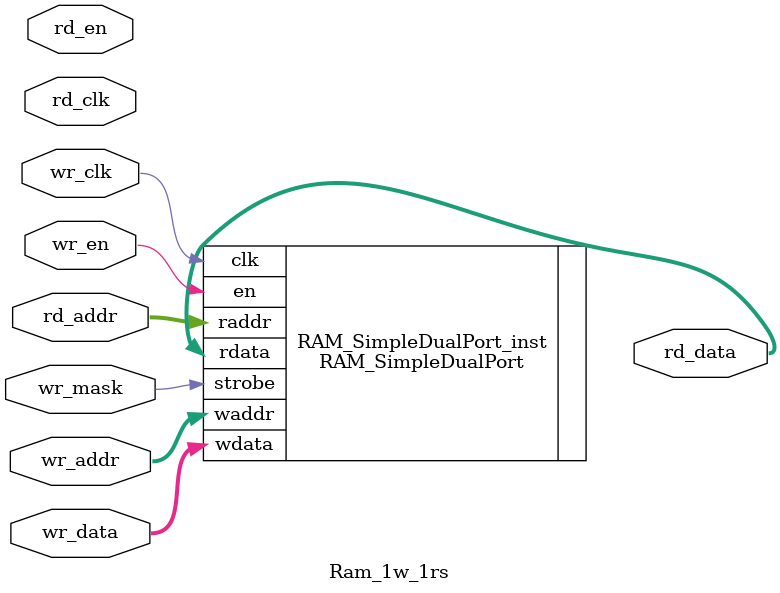
<source format=v>
`ifndef __RAM_1W_1RS_V
`define __RAM_1W_1RS_V

`ifdef VERILATOR
`include "common.svh"
`else

`endif
module Ram_1w_1rs #(
    parameter wordCount = 512,
    parameter wordWidth = 32,
    parameter clockCrossing = 1'b0,
    parameter technology = "auto",  // MEM_TYPE = 0
    parameter readUnderWrite = "writeFirst",
    parameter wrAddressWidth = 9,
    parameter wrDataWidth = 32,
    parameter wrMaskWidth = 1,
    parameter wrMaskEnable = 1'b0,
    parameter rdAddressWidth = 9,
    parameter rdDataWidth = 32,

    localparam byteWidth = wordWidth / wrMaskWidth
)(
    input  wire                      wr_clk,
    input  wire                      wr_en,
    input  wire [   wrMaskWidth-1:0] wr_mask,
    input  wire [wrAddressWidth-1:0] wr_addr,
    input  wire [   wrDataWidth-1:0] wr_data,
    input  wire                      rd_clk,
    input  wire                      rd_en,
    input  wire [rdAddressWidth-1:0] rd_addr,
    output wire [   rdDataWidth-1:0] rd_data
);

    RAM_SimpleDualPort #(
        .ADDR_WIDTH(wrAddressWidth),
        .DATA_WIDTH(wordWidth),
        .BYTE_WIDTH(byteWidth),
        .READ_LATENCY(1)
    ) RAM_SimpleDualPort_inst (
        .clk    (wr_clk),
        .en     (wr_en),
        .raddr  (rd_addr),
        .waddr  (wr_addr),
        .strobe (wr_mask),
        .wdata  (wr_data),
        .rdata  (rd_data)
    );

endmodule
`endif 
</source>
